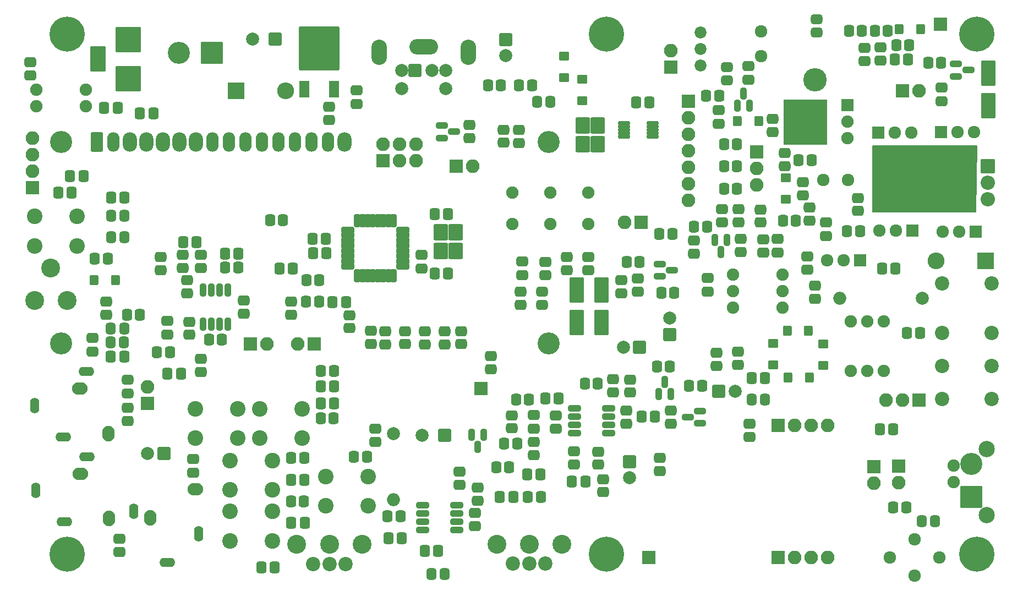
<source format=gbr>
%TF.GenerationSoftware,KiCad,Pcbnew,(6.0.11)*%
%TF.CreationDate,2023-08-18T10:11:04-05:00*%
%TF.ProjectId,RFBitBangSMT,52464269-7442-4616-9e67-534d542e6b69,rev?*%
%TF.SameCoordinates,Original*%
%TF.FileFunction,Soldermask,Top*%
%TF.FilePolarity,Negative*%
%FSLAX46Y46*%
G04 Gerber Fmt 4.6, Leading zero omitted, Abs format (unit mm)*
G04 Created by KiCad (PCBNEW (6.0.11)) date 2023-08-18 10:11:04*
%MOMM*%
%LPD*%
G01*
G04 APERTURE LIST*
G04 Aperture macros list*
%AMRoundRect*
0 Rectangle with rounded corners*
0 $1 Rounding radius*
0 $2 $3 $4 $5 $6 $7 $8 $9 X,Y pos of 4 corners*
0 Add a 4 corners polygon primitive as box body*
4,1,4,$2,$3,$4,$5,$6,$7,$8,$9,$2,$3,0*
0 Add four circle primitives for the rounded corners*
1,1,$1+$1,$2,$3*
1,1,$1+$1,$4,$5*
1,1,$1+$1,$6,$7*
1,1,$1+$1,$8,$9*
0 Add four rect primitives between the rounded corners*
20,1,$1+$1,$2,$3,$4,$5,0*
20,1,$1+$1,$4,$5,$6,$7,0*
20,1,$1+$1,$6,$7,$8,$9,0*
20,1,$1+$1,$8,$9,$2,$3,0*%
G04 Aperture macros list end*
%ADD10RoundRect,0.450000X-0.475000X0.337500X-0.475000X-0.337500X0.475000X-0.337500X0.475000X0.337500X0*%
%ADD11RoundRect,0.450000X0.337500X0.475000X-0.337500X0.475000X-0.337500X-0.475000X0.337500X-0.475000X0*%
%ADD12RoundRect,0.450000X-0.337500X-0.475000X0.337500X-0.475000X0.337500X0.475000X-0.337500X0.475000X0*%
%ADD13RoundRect,0.200000X-0.800000X0.800000X-0.800000X-0.800000X0.800000X-0.800000X0.800000X0.800000X0*%
%ADD14C,2.000000*%
%ADD15RoundRect,0.450000X0.475000X-0.337500X0.475000X0.337500X-0.475000X0.337500X-0.475000X-0.337500X0*%
%ADD16RoundRect,0.200000X0.800000X0.800000X-0.800000X0.800000X-0.800000X-0.800000X0.800000X-0.800000X0*%
%ADD17RoundRect,0.200000X-1.100000X-1.100000X1.100000X-1.100000X1.100000X1.100000X-1.100000X1.100000X0*%
%ADD18O,2.600000X2.600000*%
%ADD19RoundRect,0.200000X-0.450000X-0.600000X0.450000X-0.600000X0.450000X0.600000X-0.450000X0.600000X0*%
%ADD20RoundRect,0.450000X-0.325000X-0.450000X0.325000X-0.450000X0.325000X0.450000X-0.325000X0.450000X0*%
%ADD21RoundRect,0.200000X-0.900000X1.750000X-0.900000X-1.750000X0.900000X-1.750000X0.900000X1.750000X0*%
%ADD22RoundRect,0.200000X1.500000X1.500000X-1.500000X1.500000X-1.500000X-1.500000X1.500000X-1.500000X0*%
%ADD23C,3.400000*%
%ADD24RoundRect,0.200000X-1.750000X1.750000X-1.750000X-1.750000X1.750000X-1.750000X1.750000X1.750000X0*%
%ADD25RoundRect,0.200000X-1.000000X1.750000X-1.000000X-1.750000X1.000000X-1.750000X1.000000X1.750000X0*%
%ADD26RoundRect,0.200000X0.850000X0.850000X-0.850000X0.850000X-0.850000X-0.850000X0.850000X-0.850000X0*%
%ADD27O,2.100000X2.100000*%
%ADD28RoundRect,0.450000X-0.450000X0.325000X-0.450000X-0.325000X0.450000X-0.325000X0.450000X0.325000X0*%
%ADD29RoundRect,0.350000X0.587500X0.150000X-0.587500X0.150000X-0.587500X-0.150000X0.587500X-0.150000X0*%
%ADD30RoundRect,0.350000X-0.587500X-0.150000X0.587500X-0.150000X0.587500X0.150000X-0.587500X0.150000X0*%
%ADD31RoundRect,0.200000X0.760000X-0.760000X0.760000X0.760000X-0.760000X0.760000X-0.760000X-0.760000X0*%
%ADD32C,1.920000*%
%ADD33RoundRect,0.350000X-0.150000X0.587500X-0.150000X-0.587500X0.150000X-0.587500X0.150000X0.587500X0*%
%ADD34C,2.400000*%
%ADD35RoundRect,0.200000X0.600000X-1.100000X0.600000X1.100000X-0.600000X1.100000X-0.600000X-1.100000X0*%
%ADD36RoundRect,0.200000X2.900000X-3.200000X2.900000X3.200000X-2.900000X3.200000X-2.900000X-3.200000X0*%
%ADD37RoundRect,0.200000X-0.900000X1.050000X-0.900000X-1.050000X0.900000X-1.050000X0.900000X1.050000X0*%
%ADD38C,1.900000*%
%ADD39RoundRect,0.200000X0.800000X0.275000X-0.800000X0.275000X-0.800000X-0.275000X0.800000X-0.275000X0*%
%ADD40RoundRect,0.200000X-0.275000X0.800000X-0.275000X-0.800000X0.275000X-0.800000X0.275000X0.800000X0*%
%ADD41RoundRect,0.200000X0.850000X-0.850000X0.850000X0.850000X-0.850000X0.850000X-0.850000X-0.850000X0*%
%ADD42RoundRect,0.350000X0.675000X0.150000X-0.675000X0.150000X-0.675000X-0.150000X0.675000X-0.150000X0*%
%ADD43RoundRect,0.200000X-0.760000X0.760000X-0.760000X-0.760000X0.760000X-0.760000X0.760000X0.760000X0*%
%ADD44C,2.900000*%
%ADD45RoundRect,0.450000X-0.350000X-0.450000X0.350000X-0.450000X0.350000X0.450000X-0.350000X0.450000X0*%
%ADD46RoundRect,0.450000X0.450000X-0.350000X0.450000X0.350000X-0.450000X0.350000X-0.450000X-0.350000X0*%
%ADD47RoundRect,0.450000X-0.450000X0.350000X-0.450000X-0.350000X0.450000X-0.350000X0.450000X0.350000X0*%
%ADD48RoundRect,0.450000X0.350000X0.450000X-0.350000X0.450000X-0.350000X-0.450000X0.350000X-0.450000X0*%
%ADD49RoundRect,0.200000X-0.850000X-0.850000X0.850000X-0.850000X0.850000X0.850000X-0.850000X0.850000X0*%
%ADD50RoundRect,0.200000X0.600000X-0.450000X0.600000X0.450000X-0.600000X0.450000X-0.600000X-0.450000X0*%
%ADD51RoundRect,0.200000X-0.700000X-0.150000X0.700000X-0.150000X0.700000X0.150000X-0.700000X0.150000X0*%
%ADD52RoundRect,0.200000X0.900000X-1.050000X0.900000X1.050000X-0.900000X1.050000X-0.900000X-1.050000X0*%
%ADD53C,2.500000*%
%ADD54RoundRect,0.200000X1.500000X-1.500000X1.500000X1.500000X-1.500000X1.500000X-1.500000X-1.500000X0*%
%ADD55C,2.200000*%
%ADD56RoundRect,0.200000X-0.600000X0.450000X-0.600000X-0.450000X0.600000X-0.450000X0.600000X0.450000X0*%
%ADD57RoundRect,0.200000X0.450000X0.600000X-0.450000X0.600000X-0.450000X-0.600000X0.450000X-0.600000X0*%
%ADD58RoundRect,0.200000X-0.750000X0.750000X-0.750000X-0.750000X0.750000X-0.750000X0.750000X0.750000X0*%
%ADD59RoundRect,0.200000X0.800000X-0.800000X0.800000X0.800000X-0.800000X0.800000X-0.800000X-0.800000X0*%
%ADD60C,1.924000*%
%ADD61RoundRect,0.450000X0.325000X0.450000X-0.325000X0.450000X-0.325000X-0.450000X0.325000X-0.450000X0*%
%ADD62RoundRect,0.200000X-0.800000X-0.800000X0.800000X-0.800000X0.800000X0.800000X-0.800000X0.800000X0*%
%ADD63RoundRect,0.200000X-0.850000X0.850000X-0.850000X-0.850000X0.850000X-0.850000X0.850000X0.850000X0*%
%ADD64RoundRect,0.350000X0.150000X-0.587500X0.150000X0.587500X-0.150000X0.587500X-0.150000X-0.587500X0*%
%ADD65O,2.400000X3.900000*%
%ADD66O,4.400000X2.400000*%
%ADD67C,3.448000*%
%ADD68RoundRect,0.450000X0.450000X-0.325000X0.450000X0.325000X-0.450000X0.325000X-0.450000X-0.325000X0*%
%ADD69C,1.840000*%
%ADD70C,5.400000*%
%ADD71RoundRect,0.200000X1.100000X1.100000X-1.100000X1.100000X-1.100000X-1.100000X1.100000X-1.100000X0*%
%ADD72O,2.000000X2.000000*%
%ADD73RoundRect,0.200000X-0.900000X0.900000X-0.900000X-0.900000X0.900000X-0.900000X0.900000X0.900000X0*%
%ADD74O,2.200000X2.200000*%
%ADD75O,1.400000X2.400000*%
%ADD76O,2.400000X1.400000*%
%ADD77O,2.400000X1.900000*%
%ADD78O,1.900000X2.400000*%
%ADD79RoundRect,0.350000X0.150000X-0.675000X0.150000X0.675000X-0.150000X0.675000X-0.150000X-0.675000X0*%
%ADD80RoundRect,0.200000X-0.750000X-1.300000X0.750000X-1.300000X0.750000X1.300000X-0.750000X1.300000X0*%
%ADD81O,1.900000X3.000000*%
%ADD82O,2.200000X3.000000*%
%ADD83C,3.600000*%
G04 APERTURE END LIST*
D10*
%TO.C,C1*%
X100076000Y-94445000D03*
X100076000Y-96520000D03*
%TD*%
D11*
%TO.C,C2*%
X48037500Y-82290000D03*
X45962500Y-82290000D03*
%TD*%
D12*
%TO.C,C4*%
X52302500Y-85598000D03*
X54377500Y-85598000D03*
%TD*%
%TO.C,C5*%
X44174500Y-84836000D03*
X46249500Y-84836000D03*
%TD*%
D13*
%TO.C,C6*%
X113030000Y-61297500D03*
D14*
X113030000Y-63797500D03*
%TD*%
D12*
%TO.C,C8*%
X102086500Y-97282000D03*
X104161500Y-97282000D03*
%TD*%
%TO.C,C9*%
X102065000Y-88138000D03*
X104140000Y-88138000D03*
%TD*%
D11*
%TO.C,C10*%
X82037500Y-129040000D03*
X79962500Y-129040000D03*
%TD*%
%TO.C,C11*%
X82077500Y-135660000D03*
X80002500Y-135660000D03*
%TD*%
D15*
%TO.C,C12*%
X119126000Y-97557500D03*
X119126000Y-95482500D03*
%TD*%
%TO.C,C13*%
X115570000Y-97536000D03*
X115570000Y-95461000D03*
%TD*%
D11*
%TO.C,C15*%
X97037500Y-137990000D03*
X94962500Y-137990000D03*
%TD*%
%TO.C,C16*%
X86637500Y-114690000D03*
X84562500Y-114690000D03*
%TD*%
%TO.C,C17*%
X86627500Y-117290000D03*
X84552500Y-117290000D03*
%TD*%
D16*
%TO.C,C19*%
X60420000Y-124940000D03*
D14*
X57920000Y-124940000D03*
%TD*%
D15*
%TO.C,C20*%
X159450000Y-96737500D03*
X159450000Y-94662500D03*
%TD*%
%TO.C,C21*%
X130810000Y-100351500D03*
X130810000Y-98276500D03*
%TD*%
D10*
%TO.C,C22*%
X133350000Y-98022500D03*
X133350000Y-100097500D03*
%TD*%
%TO.C,C25*%
X123550000Y-124602500D03*
X123550000Y-126677500D03*
%TD*%
D11*
%TO.C,C33*%
X80285500Y-96520000D03*
X78210500Y-96520000D03*
%TD*%
%TO.C,C34*%
X114170000Y-131690000D03*
X112095000Y-131690000D03*
%TD*%
D10*
%TO.C,C35*%
X117370000Y-119080000D03*
X117370000Y-121155000D03*
%TD*%
D17*
%TO.C,D1*%
X71540000Y-69150000D03*
D18*
X79160000Y-69150000D03*
%TD*%
D19*
%TO.C,D2*%
X49658000Y-98298000D03*
X52958000Y-98298000D03*
%TD*%
D20*
%TO.C,D3*%
X101582000Y-143510000D03*
X103632000Y-143510000D03*
%TD*%
D21*
%TO.C,D4*%
X127762000Y-99862000D03*
X127762000Y-104862000D03*
%TD*%
%TO.C,D5*%
X123952000Y-99862000D03*
X123952000Y-104862000D03*
%TD*%
D22*
%TO.C,J1*%
X67790000Y-63310000D03*
D23*
X62710000Y-63310000D03*
%TD*%
D24*
%TO.C,J2*%
X54955000Y-67305000D03*
X54955000Y-61305000D03*
D25*
X50255000Y-64305000D03*
%TD*%
D26*
%TO.C,J5*%
X40220000Y-84090000D03*
D27*
X40220000Y-81550000D03*
X40220000Y-79010000D03*
X40220000Y-76470000D03*
%TD*%
D20*
%TO.C,L1*%
X52306000Y-88392000D03*
X54356000Y-88392000D03*
%TD*%
%TO.C,L2*%
X52315000Y-91694000D03*
X54365000Y-91694000D03*
%TD*%
D28*
%TO.C,L3*%
X118618000Y-100067000D03*
X118618000Y-102117000D03*
%TD*%
D20*
%TO.C,L9*%
X117856000Y-70866000D03*
X119906000Y-70866000D03*
%TD*%
D29*
%TO.C,Q1*%
X142923500Y-120330000D03*
X142923500Y-118430000D03*
X141048500Y-119380000D03*
%TD*%
D30*
%TO.C,Q2*%
X136730500Y-95824000D03*
X136730500Y-97724000D03*
X138605500Y-96774000D03*
%TD*%
D31*
%TO.C,Q3*%
X170350000Y-75630000D03*
D32*
X172890000Y-75630000D03*
X175430000Y-75630000D03*
%TD*%
D33*
%TO.C,Q4*%
X109650000Y-122122500D03*
X107750000Y-122122500D03*
X108700000Y-123997500D03*
%TD*%
D34*
%TO.C,SW1*%
X40550000Y-93020000D03*
X47050000Y-93020000D03*
X40550000Y-88520000D03*
X47050000Y-88520000D03*
%TD*%
%TO.C,SW2*%
X77100000Y-126080000D03*
X70600000Y-126080000D03*
X77100000Y-130580000D03*
X70600000Y-130580000D03*
%TD*%
%TO.C,SW3*%
X71778000Y-118110000D03*
X65278000Y-118110000D03*
X65278000Y-122610000D03*
X71778000Y-122610000D03*
%TD*%
%TO.C,SW4*%
X75184000Y-118110000D03*
X81684000Y-118110000D03*
X81684000Y-122610000D03*
X75184000Y-122610000D03*
%TD*%
%TO.C,SW5*%
X77130000Y-133910000D03*
X70630000Y-133910000D03*
X77130000Y-138410000D03*
X70630000Y-138410000D03*
%TD*%
D35*
%TO.C,U2*%
X82048000Y-68935000D03*
D36*
X84328000Y-62635000D03*
D35*
X86608000Y-68935000D03*
%TD*%
D37*
%TO.C,Y1*%
X103050000Y-90930000D03*
X103050000Y-93830000D03*
X105350000Y-93830000D03*
X105350000Y-90930000D03*
%TD*%
D38*
%TO.C,Y2*%
X125730000Y-84836000D03*
X125730000Y-89716000D03*
%TD*%
D39*
%TO.C,U1*%
X97208000Y-96204000D03*
X97208000Y-95404000D03*
X97208000Y-94604000D03*
X97208000Y-93804000D03*
X97208000Y-93004000D03*
X97208000Y-92204000D03*
X97208000Y-91404000D03*
X97208000Y-90604000D03*
D40*
X95758000Y-89154000D03*
X94958000Y-89154000D03*
X94158000Y-89154000D03*
X93358000Y-89154000D03*
X92558000Y-89154000D03*
X91758000Y-89154000D03*
X90958000Y-89154000D03*
X90158000Y-89154000D03*
D39*
X88708000Y-90604000D03*
X88708000Y-91404000D03*
X88708000Y-92204000D03*
X88708000Y-93004000D03*
X88708000Y-93804000D03*
X88708000Y-94604000D03*
X88708000Y-95404000D03*
X88708000Y-96204000D03*
D40*
X90158000Y-97654000D03*
X90958000Y-97654000D03*
X91758000Y-97654000D03*
X92558000Y-97654000D03*
X93358000Y-97654000D03*
X94158000Y-97654000D03*
X94958000Y-97654000D03*
X95758000Y-97654000D03*
%TD*%
D41*
%TO.C,J9*%
X94130000Y-79900000D03*
D27*
X94130000Y-77360000D03*
X96670000Y-79900000D03*
X96670000Y-77360000D03*
X99210000Y-79900000D03*
X99210000Y-77360000D03*
%TD*%
D15*
%TO.C,C37*%
X105918000Y-129837000D03*
X105918000Y-127762000D03*
%TD*%
D42*
%TO.C,U3*%
X105495000Y-136779000D03*
X105495000Y-135509000D03*
X105495000Y-134239000D03*
X105495000Y-132969000D03*
X100245000Y-132969000D03*
X100245000Y-134239000D03*
X100245000Y-135509000D03*
X100245000Y-136779000D03*
%TD*%
%TO.C,U4*%
X128825000Y-121885000D03*
X128825000Y-120615000D03*
X128825000Y-119345000D03*
X128825000Y-118075000D03*
X123575000Y-118075000D03*
X123575000Y-119345000D03*
X123575000Y-120615000D03*
X123575000Y-121885000D03*
%TD*%
D43*
%TO.C,Q5*%
X185340000Y-90830000D03*
D32*
X182800000Y-90830000D03*
X180260000Y-90830000D03*
%TD*%
D43*
%TO.C,Q6*%
X175560000Y-90680000D03*
D32*
X173020000Y-90680000D03*
X170480000Y-90680000D03*
%TD*%
D31*
%TO.C,Q7*%
X179960000Y-75520000D03*
D32*
X182500000Y-75520000D03*
X185040000Y-75520000D03*
%TD*%
D12*
%TO.C,C14*%
X172862500Y-64400000D03*
X174937500Y-64400000D03*
%TD*%
D44*
%TO.C,RV3*%
X40520000Y-101455000D03*
X43020000Y-96415000D03*
X45520000Y-101455000D03*
%TD*%
D12*
%TO.C,C42*%
X56745000Y-72670000D03*
X58820000Y-72670000D03*
%TD*%
D41*
%TO.C,JP3*%
X105410000Y-80772000D03*
D27*
X107950000Y-80772000D03*
%TD*%
D45*
%TO.C,R1*%
X49800000Y-94996000D03*
X51800000Y-94996000D03*
%TD*%
D46*
%TO.C,R2*%
X85852000Y-73660000D03*
X85852000Y-71660000D03*
%TD*%
%TO.C,R3*%
X100584000Y-108188000D03*
X100584000Y-106188000D03*
%TD*%
D47*
%TO.C,R4*%
X127260000Y-124690000D03*
X127260000Y-126690000D03*
%TD*%
D45*
%TO.C,R6*%
X80026000Y-125690000D03*
X82026000Y-125690000D03*
%TD*%
D46*
%TO.C,R7*%
X115316000Y-102092000D03*
X115316000Y-100092000D03*
%TD*%
D45*
%TO.C,R8*%
X173100000Y-62200000D03*
X175100000Y-62200000D03*
%TD*%
D46*
%TO.C,R9*%
X122428000Y-96758000D03*
X122428000Y-94758000D03*
%TD*%
D45*
%TO.C,R11*%
X94800000Y-134600000D03*
X96800000Y-134600000D03*
%TD*%
%TO.C,R12*%
X84598000Y-112268000D03*
X86598000Y-112268000D03*
%TD*%
%TO.C,R13*%
X84530000Y-119530000D03*
X86530000Y-119530000D03*
%TD*%
D47*
%TO.C,R14*%
X154100000Y-73500000D03*
X154100000Y-75500000D03*
%TD*%
D48*
%TO.C,R15*%
X138668000Y-91186000D03*
X136668000Y-91186000D03*
%TD*%
D45*
%TO.C,R16*%
X131604000Y-95504000D03*
X133604000Y-95504000D03*
%TD*%
D48*
%TO.C,R17*%
X138938000Y-100220000D03*
X136938000Y-100220000D03*
%TD*%
D46*
%TO.C,R18*%
X129510000Y-115560000D03*
X129510000Y-113560000D03*
%TD*%
%TO.C,R19*%
X132140000Y-115600000D03*
X132140000Y-113600000D03*
%TD*%
D48*
%TO.C,R20*%
X157667200Y-89128600D03*
X155667200Y-89128600D03*
%TD*%
D47*
%TO.C,R21*%
X148780000Y-109340000D03*
X148780000Y-111340000D03*
%TD*%
D46*
%TO.C,R23*%
X113910000Y-121100000D03*
X113910000Y-119100000D03*
%TD*%
D48*
%TO.C,R26*%
X116610000Y-116690000D03*
X114610000Y-116690000D03*
%TD*%
D45*
%TO.C,R27*%
X112790000Y-123430000D03*
X114790000Y-123430000D03*
%TD*%
D46*
%TO.C,R29*%
X97536000Y-108170000D03*
X97536000Y-106170000D03*
%TD*%
%TO.C,R30*%
X94488000Y-108188000D03*
X94488000Y-106188000D03*
%TD*%
%TO.C,R31*%
X108670000Y-132270000D03*
X108670000Y-130270000D03*
%TD*%
D48*
%TO.C,R32*%
X113540000Y-127120000D03*
X111540000Y-127120000D03*
%TD*%
D45*
%TO.C,R33*%
X79960000Y-132330000D03*
X81960000Y-132330000D03*
%TD*%
D48*
%TO.C,R34*%
X118390000Y-131690000D03*
X116390000Y-131690000D03*
%TD*%
D46*
%TO.C,R36*%
X117348000Y-125222000D03*
X117348000Y-123222000D03*
%TD*%
%TO.C,R37*%
X128010000Y-130950000D03*
X128010000Y-128950000D03*
%TD*%
%TO.C,R46*%
X106172000Y-108150000D03*
X106172000Y-106150000D03*
%TD*%
%TO.C,R47*%
X103632000Y-108188000D03*
X103632000Y-106188000D03*
%TD*%
D47*
%TO.C,R24*%
X110744000Y-110014000D03*
X110744000Y-112014000D03*
%TD*%
D12*
%TO.C,C44*%
X51242500Y-71830000D03*
X53317500Y-71830000D03*
%TD*%
D49*
%TO.C,JP4*%
X169660000Y-126990000D03*
D27*
X169660000Y-129530000D03*
%TD*%
D11*
%TO.C,C47*%
X135128000Y-70930000D03*
X133053000Y-70930000D03*
%TD*%
D50*
%TO.C,D10*%
X121958000Y-67182000D03*
X121958000Y-63882000D03*
%TD*%
%TO.C,D14*%
X124768000Y-70688000D03*
X124768000Y-67388000D03*
%TD*%
D49*
%TO.C,JP5*%
X151660000Y-78620000D03*
D27*
X151660000Y-81160000D03*
X151660000Y-83700000D03*
%TD*%
D46*
%TO.C,R35*%
X115062000Y-77200000D03*
X115062000Y-75200000D03*
%TD*%
%TO.C,R48*%
X112650000Y-77180000D03*
X112650000Y-75180000D03*
%TD*%
D45*
%TO.C,R49*%
X146600000Y-77400000D03*
X148600000Y-77400000D03*
%TD*%
%TO.C,R50*%
X146600000Y-80775000D03*
X148600000Y-80775000D03*
%TD*%
D51*
%TO.C,U6*%
X131220000Y-74180000D03*
X131220000Y-74680000D03*
X131220000Y-75180000D03*
X131220000Y-75680000D03*
X131220000Y-76180000D03*
X135620000Y-76180000D03*
X135620000Y-75680000D03*
X135620000Y-75180000D03*
X135620000Y-74680000D03*
X135620000Y-74180000D03*
%TD*%
D52*
%TO.C,Y3*%
X127134000Y-77396000D03*
X127134000Y-74496000D03*
X124834000Y-74496000D03*
X124834000Y-77396000D03*
%TD*%
D53*
%TO.C,J12*%
X187025000Y-134505000D03*
X187025000Y-124345000D03*
D38*
X181945000Y-129425000D03*
D54*
X184673000Y-131711000D03*
D38*
X181945000Y-126885000D03*
D23*
X184673000Y-126631000D03*
%TD*%
D55*
%TO.C,RLY1*%
X187775000Y-98845000D03*
X187775000Y-106465000D03*
X187775000Y-111545000D03*
X187775000Y-116625000D03*
X180175000Y-98845000D03*
X180175000Y-106465000D03*
X180175000Y-111545000D03*
X180175000Y-116625000D03*
%TD*%
D15*
%TO.C,C30*%
X144070000Y-100077500D03*
X144070000Y-98002500D03*
%TD*%
D56*
%TO.C,D9*%
X161852000Y-108124000D03*
X161852000Y-111424000D03*
%TD*%
D19*
%TO.C,D11*%
X156320000Y-106120000D03*
X159620000Y-106120000D03*
%TD*%
D57*
%TO.C,D12*%
X159766000Y-113284000D03*
X156466000Y-113284000D03*
%TD*%
D50*
%TO.C,D13*%
X154178000Y-111378000D03*
X154178000Y-108078000D03*
%TD*%
D46*
%TO.C,R5*%
X141990000Y-94240000D03*
X141990000Y-92240000D03*
%TD*%
%TO.C,R22*%
X145430000Y-111520000D03*
X145430000Y-109520000D03*
%TD*%
D48*
%TO.C,R25*%
X176768000Y-106426000D03*
X174768000Y-106426000D03*
%TD*%
D58*
%TO.C,Q8*%
X165608000Y-71374000D03*
D38*
X165608000Y-73914000D03*
X165608000Y-76454000D03*
%TD*%
D45*
%TO.C,R38*%
X169790000Y-59950000D03*
X171790000Y-59950000D03*
%TD*%
D48*
%TO.C,R39*%
X180000000Y-64900000D03*
X178000000Y-64900000D03*
%TD*%
D41*
%TO.C,JP1*%
X174090000Y-69160000D03*
D27*
X176630000Y-69160000D03*
%TD*%
D11*
%TO.C,C39*%
X125265000Y-129286000D03*
X123190000Y-129286000D03*
%TD*%
D59*
%TO.C,C40*%
X138250000Y-106670000D03*
D14*
X138250000Y-104170000D03*
%TD*%
D49*
%TO.C,JP2*%
X173430000Y-126910000D03*
D27*
X173430000Y-129450000D03*
%TD*%
D60*
%TO.C,T3*%
X172085000Y-140970000D03*
X179705000Y-140970000D03*
X175958500Y-143764000D03*
X175958500Y-138176000D03*
%TD*%
D61*
%TO.C,D16*%
X179088000Y-135382000D03*
X177038000Y-135382000D03*
%TD*%
D48*
%TO.C,R28*%
X174660000Y-133250000D03*
X172660000Y-133250000D03*
%TD*%
D56*
%TO.C,D17*%
X156150000Y-82600000D03*
X156150000Y-85900000D03*
%TD*%
D43*
%TO.C,Q9*%
X167575000Y-95250000D03*
D32*
X165035000Y-95250000D03*
X162495000Y-95250000D03*
%TD*%
D15*
%TO.C,C46*%
X150330000Y-67467500D03*
X150330000Y-65392500D03*
%TD*%
D48*
%TO.C,R51*%
X167525000Y-90800000D03*
X165525000Y-90800000D03*
%TD*%
D47*
%TO.C,R52*%
X159766000Y-87138000D03*
X159766000Y-89138000D03*
%TD*%
D10*
%TO.C,C24*%
X168200000Y-62562500D03*
X168200000Y-64637500D03*
%TD*%
D48*
%TO.C,R53*%
X160050000Y-79875000D03*
X158050000Y-79875000D03*
%TD*%
D62*
%TO.C,C49*%
X145820000Y-115430000D03*
D14*
X148320000Y-115430000D03*
%TD*%
D13*
%TO.C,C50*%
X132080000Y-126238000D03*
D14*
X132080000Y-128738000D03*
%TD*%
D15*
%TO.C,C51*%
X152625000Y-94087500D03*
X152625000Y-92012500D03*
%TD*%
D16*
%TO.C,C52*%
X133590000Y-108680000D03*
D14*
X131090000Y-108680000D03*
%TD*%
D11*
%TO.C,C54*%
X135987500Y-119330000D03*
X133912500Y-119330000D03*
%TD*%
D10*
%TO.C,C55*%
X146300000Y-87387500D03*
X146300000Y-89462500D03*
%TD*%
D15*
%TO.C,C56*%
X154850000Y-94062500D03*
X154850000Y-91987500D03*
%TD*%
D63*
%TO.C,JP7*%
X176560000Y-116780000D03*
D27*
X174020000Y-116780000D03*
X171480000Y-116780000D03*
%TD*%
D61*
%TO.C,L5*%
X152900000Y-116690000D03*
X150850000Y-116690000D03*
%TD*%
D33*
%TO.C,Q10*%
X147070000Y-92142500D03*
X145170000Y-92142500D03*
X146120000Y-94017500D03*
%TD*%
D64*
%TO.C,Q11*%
X136520000Y-115837500D03*
X138420000Y-115837500D03*
X137470000Y-113962500D03*
%TD*%
%TO.C,Q12*%
X148625000Y-71512500D03*
X150525000Y-71512500D03*
X149575000Y-69637500D03*
%TD*%
D30*
%TO.C,Q13*%
X182312500Y-65050000D03*
X182312500Y-66950000D03*
X184187500Y-66000000D03*
%TD*%
D47*
%TO.C,R54*%
X152225000Y-87450000D03*
X152225000Y-89450000D03*
%TD*%
D46*
%TO.C,R55*%
X148825000Y-89400000D03*
X148825000Y-87400000D03*
%TD*%
D47*
%TO.C,R56*%
X149175000Y-92000000D03*
X149175000Y-94000000D03*
%TD*%
D45*
%TO.C,R57*%
X141224000Y-114554000D03*
X143224000Y-114554000D03*
%TD*%
D47*
%TO.C,R58*%
X136720000Y-125700000D03*
X136720000Y-127700000D03*
%TD*%
D48*
%TO.C,R59*%
X144010000Y-90100000D03*
X142010000Y-90100000D03*
%TD*%
D47*
%TO.C,R60*%
X138430000Y-118380000D03*
X138430000Y-120380000D03*
%TD*%
D48*
%TO.C,R61*%
X138270000Y-111570000D03*
X136270000Y-111570000D03*
%TD*%
D45*
%TO.C,R62*%
X125190000Y-114260000D03*
X127190000Y-114260000D03*
%TD*%
D46*
%TO.C,R63*%
X131520000Y-120370000D03*
X131520000Y-118370000D03*
%TD*%
D48*
%TO.C,R65*%
X145830000Y-69920000D03*
X143830000Y-69920000D03*
%TD*%
D47*
%TO.C,R66*%
X160625000Y-99150000D03*
X160625000Y-101150000D03*
%TD*%
D46*
%TO.C,R67*%
X158750000Y-85250000D03*
X158750000Y-83250000D03*
%TD*%
D48*
%TO.C,R68*%
X148600000Y-84250000D03*
X146600000Y-84250000D03*
%TD*%
D38*
%TO.C,Y4*%
X119888000Y-84836000D03*
X119888000Y-89716000D03*
%TD*%
D16*
%TO.C,P1*%
X99075000Y-66075000D03*
D14*
X101675000Y-66075000D03*
X96975000Y-66075000D03*
X103775000Y-66075000D03*
X96975000Y-68875000D03*
X103775000Y-68875000D03*
D65*
X93525000Y-63225000D03*
X107225000Y-63225000D03*
D66*
X100375000Y-62425000D03*
%TD*%
D45*
%TO.C,R64*%
X110268000Y-68326000D03*
X112268000Y-68326000D03*
%TD*%
D48*
%TO.C,R70*%
X117078000Y-68326000D03*
X115078000Y-68326000D03*
%TD*%
D10*
%TO.C,C43*%
X150500000Y-120382500D03*
X150500000Y-122457500D03*
%TD*%
D67*
%TO.C,J13*%
X177600000Y-83200000D03*
%TD*%
D68*
%TO.C,D19*%
X160880000Y-60207000D03*
X160880000Y-58157000D03*
%TD*%
D48*
%TO.C,R71*%
X167810000Y-59930000D03*
X165810000Y-59930000D03*
%TD*%
D12*
%TO.C,C32*%
X170920500Y-96520000D03*
X172995500Y-96520000D03*
%TD*%
D30*
%TO.C,Q14*%
X103202500Y-74530000D03*
X103202500Y-76430000D03*
X105077500Y-75480000D03*
%TD*%
D47*
%TO.C,R72*%
X107442000Y-74438000D03*
X107442000Y-76438000D03*
%TD*%
D10*
%TO.C,C38*%
X145800000Y-72172500D03*
X145800000Y-74247500D03*
%TD*%
D47*
%TO.C,R73*%
X155975000Y-78750000D03*
X155975000Y-80750000D03*
%TD*%
D69*
%TO.C,RV4*%
X143002000Y-65288000D03*
X143002000Y-62748000D03*
X143002000Y-60208000D03*
%TD*%
D47*
%TO.C,R74*%
X167225000Y-85675000D03*
X167225000Y-87675000D03*
%TD*%
D68*
%TO.C,L11*%
X147066000Y-67573000D03*
X147066000Y-65523000D03*
%TD*%
D70*
%TO.C,J3*%
X45500000Y-60500000D03*
%TD*%
%TO.C,J4*%
X185500000Y-60500000D03*
%TD*%
%TO.C,J6*%
X185500000Y-140500000D03*
%TD*%
%TO.C,J7*%
X45500000Y-140500000D03*
%TD*%
D15*
%TO.C,C41*%
X64900000Y-127927500D03*
X64900000Y-125852500D03*
%TD*%
D10*
%TO.C,C58*%
X39878000Y-64748500D03*
X39878000Y-66823500D03*
%TD*%
D38*
%TO.C,T4*%
X40760000Y-69000000D03*
X48380000Y-69000000D03*
X40760000Y-71540000D03*
X48380000Y-71540000D03*
%TD*%
%TO.C,Y5*%
X114046000Y-84836000D03*
X114046000Y-89716000D03*
%TD*%
D12*
%TO.C,C27*%
X150832500Y-113410000D03*
X152907500Y-113410000D03*
%TD*%
D71*
%TO.C,D6*%
X186880000Y-95330000D03*
D18*
X179260000Y-95330000D03*
%TD*%
D11*
%TO.C,C59*%
X85360000Y-91940000D03*
X83285000Y-91940000D03*
%TD*%
D47*
%TO.C,R76*%
X64325000Y-104725000D03*
X64325000Y-106725000D03*
%TD*%
D14*
%TO.C,R41*%
X177075000Y-101100000D03*
D72*
X164375000Y-101100000D03*
%TD*%
D12*
%TO.C,C7*%
X86362500Y-101660000D03*
X88437500Y-101660000D03*
%TD*%
D14*
%TO.C,L10*%
X95758000Y-121920000D03*
D72*
X95758000Y-132080000D03*
%TD*%
D49*
%TO.C,J14*%
X109190000Y-114970000D03*
%TD*%
%TO.C,J15*%
X135020000Y-141010000D03*
%TD*%
%TO.C,J16*%
X179900000Y-58900000D03*
%TD*%
D16*
%TO.C,C3*%
X77530000Y-61230000D03*
D14*
X74030000Y-61230000D03*
%TD*%
D60*
%TO.C,L4*%
X152260000Y-60005000D03*
X152260000Y-63815000D03*
%TD*%
%TO.C,L6*%
X161895000Y-82875000D03*
X165705000Y-82875000D03*
%TD*%
D38*
%TO.C,T1*%
X155560000Y-97500000D03*
X147940000Y-97500000D03*
X155560000Y-100040000D03*
X147940000Y-100040000D03*
X155560000Y-102580000D03*
X147940000Y-102580000D03*
%TD*%
%TO.C,T2*%
X171196000Y-112267997D03*
X171196000Y-104647997D03*
X168656000Y-112267997D03*
X168656000Y-104647997D03*
X166116000Y-112267997D03*
X166116000Y-104647997D03*
%TD*%
D73*
%TO.C,Q15*%
X187210000Y-80770000D03*
D74*
X187210000Y-83310000D03*
X187210000Y-85850000D03*
%TD*%
D11*
%TO.C,C57*%
X85447500Y-94130000D03*
X83372500Y-94130000D03*
%TD*%
%TO.C,C45*%
X121145000Y-116530000D03*
X119070000Y-116530000D03*
%TD*%
D12*
%TO.C,C18*%
X116312500Y-128190000D03*
X118387500Y-128190000D03*
%TD*%
D15*
%TO.C,C60*%
X108230000Y-136167500D03*
X108230000Y-134092500D03*
%TD*%
D47*
%TO.C,R10*%
X92240000Y-106140000D03*
X92240000Y-108140000D03*
%TD*%
D63*
%TO.C,JP8*%
X133858000Y-89408000D03*
D27*
X131318000Y-89408000D03*
%TD*%
D70*
%TO.C,J20*%
X128500000Y-60500000D03*
%TD*%
%TO.C,J21*%
X128500000Y-140500000D03*
%TD*%
D19*
%TO.C,D15*%
X173530000Y-59700000D03*
X176830000Y-59700000D03*
%TD*%
%TO.C,D18*%
X148680000Y-73880000D03*
X151980000Y-73880000D03*
%TD*%
D55*
%TO.C,RV1*%
X88380000Y-141970000D03*
D44*
X90880000Y-138970000D03*
D55*
X85880000Y-141970000D03*
D44*
X85880000Y-138970000D03*
D55*
X83380000Y-141970000D03*
D44*
X80880000Y-138970000D03*
%TD*%
%TO.C,RV2*%
X121630000Y-138950000D03*
D55*
X119130000Y-141950000D03*
D44*
X116630000Y-138950000D03*
D55*
X116630000Y-141950000D03*
X114130000Y-141950000D03*
D44*
X111630000Y-138950000D03*
%TD*%
D10*
%TO.C,C48*%
X125730000Y-94720500D03*
X125730000Y-96795500D03*
%TD*%
D21*
%TO.C,D8*%
X187250000Y-66500000D03*
X187250000Y-71500000D03*
%TD*%
D49*
%TO.C,J10*%
X141110000Y-70780000D03*
D27*
X141110000Y-73320000D03*
X141110000Y-75860000D03*
X141110000Y-78400000D03*
X141110000Y-80940000D03*
X141110000Y-83480000D03*
X141110000Y-86020000D03*
%TD*%
D10*
%TO.C,C61*%
X92964000Y-121136500D03*
X92964000Y-123211500D03*
%TD*%
D46*
%TO.C,R40*%
X88990000Y-105690000D03*
X88990000Y-103690000D03*
%TD*%
D48*
%TO.C,R75*%
X91660000Y-125480000D03*
X89660000Y-125480000D03*
%TD*%
D34*
%TO.C,SW6*%
X85344000Y-128524000D03*
X91844000Y-128524000D03*
X91844000Y-133024000D03*
X85344000Y-133024000D03*
%TD*%
D16*
%TO.C,C53*%
X103632000Y-122174000D03*
D14*
X100132000Y-122174000D03*
%TD*%
D41*
%TO.C,J17*%
X154940000Y-120650000D03*
D27*
X157480000Y-120650000D03*
X160020000Y-120650000D03*
X162560000Y-120650000D03*
%TD*%
D41*
%TO.C,J18*%
X154940000Y-140970000D03*
D27*
X157480000Y-140970000D03*
X160020000Y-140970000D03*
X162560000Y-140970000D03*
%TD*%
D11*
%TO.C,C26*%
X172657500Y-121240000D03*
X170582500Y-121240000D03*
%TD*%
D15*
%TO.C,C23*%
X162250000Y-91525000D03*
X162250000Y-89450000D03*
%TD*%
D75*
%TO.C,J19*%
X40562000Y-117602000D03*
D76*
X48462000Y-112402000D03*
D77*
X47462000Y-115002000D03*
D76*
X44962000Y-122402000D03*
D78*
X51862000Y-121902000D03*
%TD*%
D11*
%TO.C,C36*%
X77485000Y-142530000D03*
X75410000Y-142530000D03*
%TD*%
D48*
%TO.C,R80*%
X56725000Y-103632000D03*
X54725000Y-103632000D03*
%TD*%
D79*
%TO.C,U5*%
X66470000Y-105075000D03*
X67740000Y-105075000D03*
X69010000Y-105075000D03*
X70280000Y-105075000D03*
X70280000Y-99825000D03*
X69010000Y-99825000D03*
X67740000Y-99825000D03*
X66470000Y-99825000D03*
%TD*%
D11*
%TO.C,C69*%
X71897500Y-94230000D03*
X69822500Y-94230000D03*
%TD*%
%TO.C,C67*%
X54327500Y-110090000D03*
X52252500Y-110090000D03*
%TD*%
D61*
%TO.C,L12*%
X54265000Y-107900000D03*
X52215000Y-107900000D03*
%TD*%
D46*
%TO.C,R42*%
X54820000Y-119990000D03*
X54820000Y-117990000D03*
%TD*%
%TO.C,R77*%
X59930000Y-96790000D03*
X59930000Y-94790000D03*
%TD*%
D48*
%TO.C,R69*%
X61375000Y-109375000D03*
X59375000Y-109375000D03*
%TD*%
D23*
%TO.C,DS1*%
X44620900Y-77070000D03*
X44620900Y-108070700D03*
X119620000Y-77070000D03*
X119619480Y-108070700D03*
D80*
X50120000Y-77070000D03*
D81*
X52660000Y-77070000D03*
D82*
X55200000Y-77070000D03*
X57740000Y-77070000D03*
X60280000Y-77070000D03*
X62820000Y-77070000D03*
X65360000Y-77070000D03*
D81*
X67900000Y-77070000D03*
X70440000Y-77070000D03*
X72980000Y-77070000D03*
X75520000Y-77070000D03*
X78060000Y-77070000D03*
X80600000Y-77070000D03*
X83140000Y-77070000D03*
X85680000Y-77070000D03*
D82*
X88220000Y-77070000D03*
%TD*%
D46*
%TO.C,R43*%
X66100000Y-112440000D03*
X66100000Y-110440000D03*
%TD*%
%TO.C,R44*%
X63280000Y-96450000D03*
X63280000Y-94450000D03*
%TD*%
D83*
%TO.C,J23*%
X160600000Y-67500000D03*
%TD*%
D12*
%TO.C,C63*%
X60965000Y-112700000D03*
X63040000Y-112700000D03*
%TD*%
D26*
%TO.C,J22*%
X57920000Y-117280000D03*
D27*
X57920000Y-114740000D03*
%TD*%
D63*
%TO.C,JP9*%
X83550000Y-108150000D03*
D27*
X81010000Y-108150000D03*
%TD*%
D28*
%TO.C,L7*%
X54880000Y-113665000D03*
X54880000Y-115715000D03*
%TD*%
D26*
%TO.C,JP10*%
X138430000Y-65532000D03*
D27*
X138430000Y-62992000D03*
%TD*%
D10*
%TO.C,C65*%
X66110000Y-94392500D03*
X66110000Y-96467500D03*
%TD*%
D48*
%TO.C,R81*%
X84328000Y-98298000D03*
X82328000Y-98298000D03*
%TD*%
%TO.C,R84*%
X84312000Y-101600000D03*
X82312000Y-101600000D03*
%TD*%
D76*
%TO.C,J8*%
X60960000Y-141776000D03*
D75*
X55760000Y-133876000D03*
D78*
X58360000Y-134876000D03*
D75*
X65760000Y-137376000D03*
D77*
X65260000Y-130476000D03*
%TD*%
D10*
%TO.C,C68*%
X49400000Y-107212500D03*
X49400000Y-109287500D03*
%TD*%
D45*
%TO.C,R83*%
X69870000Y-96370000D03*
X71870000Y-96370000D03*
%TD*%
D15*
%TO.C,C62*%
X53560000Y-140177500D03*
X53560000Y-138102500D03*
%TD*%
D47*
%TO.C,R85*%
X80010000Y-101632000D03*
X80010000Y-103632000D03*
%TD*%
D15*
%TO.C,C70*%
X90070000Y-71187500D03*
X90070000Y-69112500D03*
%TD*%
D47*
%TO.C,R79*%
X72720000Y-101440000D03*
X72720000Y-103440000D03*
%TD*%
D11*
%TO.C,C71*%
X102627500Y-139970000D03*
X100552500Y-139970000D03*
%TD*%
D15*
%TO.C,C29*%
X170650000Y-64547500D03*
X170650000Y-62472500D03*
%TD*%
D41*
%TO.C,JP6*%
X73725000Y-108100000D03*
D27*
X76265000Y-108100000D03*
%TD*%
D75*
%TO.C,J11*%
X40689000Y-130683000D03*
D76*
X48589000Y-125483000D03*
D77*
X47589000Y-128083000D03*
D76*
X45089000Y-135483000D03*
D78*
X51989000Y-134983000D03*
%TD*%
D15*
%TO.C,C66*%
X60950000Y-106687500D03*
X60950000Y-104612500D03*
%TD*%
D47*
%TO.C,R45*%
X64008000Y-98314000D03*
X64008000Y-100314000D03*
%TD*%
D15*
%TO.C,C31*%
X180090000Y-70787500D03*
X180090000Y-68712500D03*
%TD*%
D20*
%TO.C,L8*%
X52250000Y-105740000D03*
X54300000Y-105740000D03*
%TD*%
D47*
%TO.C,R82*%
X51562000Y-101616000D03*
X51562000Y-103616000D03*
%TD*%
D10*
%TO.C,C28*%
X120740000Y-119112500D03*
X120740000Y-121187500D03*
%TD*%
D45*
%TO.C,R78*%
X67350000Y-107425000D03*
X69350000Y-107425000D03*
%TD*%
D11*
%TO.C,C64*%
X65437500Y-92430000D03*
X63362500Y-92430000D03*
%TD*%
D45*
%TO.C,R86*%
X76760000Y-89070000D03*
X78760000Y-89070000D03*
%TD*%
G36*
X185539896Y-77620002D02*
G01*
X185586389Y-77673658D01*
X185597756Y-77728205D01*
X185422167Y-87760205D01*
X185400976Y-87827965D01*
X185346515Y-87873512D01*
X185296186Y-87884000D01*
X169526000Y-87884000D01*
X169457879Y-87863998D01*
X169411386Y-87810342D01*
X169400000Y-87758000D01*
X169400000Y-77726000D01*
X169420002Y-77657879D01*
X169473658Y-77611386D01*
X169526000Y-77600000D01*
X185471775Y-77600000D01*
X185539896Y-77620002D01*
G37*
G36*
X162442121Y-70520002D02*
G01*
X162488614Y-70573658D01*
X162500000Y-70626000D01*
X162500000Y-77374000D01*
X162479998Y-77442121D01*
X162426342Y-77488614D01*
X162374000Y-77500000D01*
X155876000Y-77500000D01*
X155807879Y-77479998D01*
X155761386Y-77426342D01*
X155750000Y-77374000D01*
X155750000Y-70626000D01*
X155770002Y-70557879D01*
X155823658Y-70511386D01*
X155876000Y-70500000D01*
X162374000Y-70500000D01*
X162442121Y-70520002D01*
G37*
M02*

</source>
